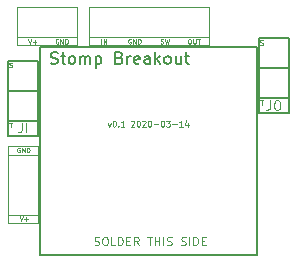
<source format=gto>
G04 #@! TF.GenerationSoftware,KiCad,Pcbnew,(5.99.0-1105-g741783c6d)*
G04 #@! TF.CreationDate,2020-03-14T19:36:21+02:00*
G04 #@! TF.ProjectId,3pdt-basic,33706474-2d62-4617-9369-632e6b696361,rev?*
G04 #@! TF.SameCoordinates,Original*
G04 #@! TF.FileFunction,Legend,Top*
G04 #@! TF.FilePolarity,Positive*
%FSLAX46Y46*%
G04 Gerber Fmt 4.6, Leading zero omitted, Abs format (unit mm)*
G04 Created by KiCad (PCBNEW (5.99.0-1105-g741783c6d)) date 2020-03-14 19:36:21*
%MOMM*%
%LPD*%
G01*
G04 APERTURE LIST*
%ADD10C,0.080000*%
%ADD11C,0.152400*%
%ADD12C,0.127000*%
%ADD13C,0.150000*%
%ADD14C,0.100000*%
%ADD15C,0.050000*%
%ADD16C,1.900000*%
%ADD17R,1.900000X1.900000*%
%ADD18O,3.916000X3.916000*%
%ADD19R,3.916000X3.916000*%
%ADD20O,2.030400X2.030400*%
%ADD21R,2.030400X2.030400*%
%ADD22O,1.700000X1.700000*%
%ADD23C,1.700000*%
G04 APERTURE END LIST*
D10*
X144247028Y-92247257D02*
X144366076Y-92580590D01*
X144485123Y-92247257D01*
X144770838Y-92080590D02*
X144818457Y-92080590D01*
X144866076Y-92104400D01*
X144889885Y-92128209D01*
X144913695Y-92175828D01*
X144937504Y-92271066D01*
X144937504Y-92390114D01*
X144913695Y-92485352D01*
X144889885Y-92532971D01*
X144866076Y-92556780D01*
X144818457Y-92580590D01*
X144770838Y-92580590D01*
X144723219Y-92556780D01*
X144699409Y-92532971D01*
X144675600Y-92485352D01*
X144651790Y-92390114D01*
X144651790Y-92271066D01*
X144675600Y-92175828D01*
X144699409Y-92128209D01*
X144723219Y-92104400D01*
X144770838Y-92080590D01*
X145151790Y-92532971D02*
X145175600Y-92556780D01*
X145151790Y-92580590D01*
X145127980Y-92556780D01*
X145151790Y-92532971D01*
X145151790Y-92580590D01*
X145651790Y-92580590D02*
X145366076Y-92580590D01*
X145508933Y-92580590D02*
X145508933Y-92080590D01*
X145461314Y-92152019D01*
X145413695Y-92199638D01*
X145366076Y-92223447D01*
X146223219Y-92128209D02*
X146247028Y-92104400D01*
X146294647Y-92080590D01*
X146413695Y-92080590D01*
X146461314Y-92104400D01*
X146485123Y-92128209D01*
X146508933Y-92175828D01*
X146508933Y-92223447D01*
X146485123Y-92294876D01*
X146199409Y-92580590D01*
X146508933Y-92580590D01*
X146818457Y-92080590D02*
X146866076Y-92080590D01*
X146913695Y-92104400D01*
X146937504Y-92128209D01*
X146961314Y-92175828D01*
X146985123Y-92271066D01*
X146985123Y-92390114D01*
X146961314Y-92485352D01*
X146937504Y-92532971D01*
X146913695Y-92556780D01*
X146866076Y-92580590D01*
X146818457Y-92580590D01*
X146770838Y-92556780D01*
X146747028Y-92532971D01*
X146723219Y-92485352D01*
X146699409Y-92390114D01*
X146699409Y-92271066D01*
X146723219Y-92175828D01*
X146747028Y-92128209D01*
X146770838Y-92104400D01*
X146818457Y-92080590D01*
X147175600Y-92128209D02*
X147199409Y-92104400D01*
X147247028Y-92080590D01*
X147366076Y-92080590D01*
X147413695Y-92104400D01*
X147437504Y-92128209D01*
X147461314Y-92175828D01*
X147461314Y-92223447D01*
X147437504Y-92294876D01*
X147151790Y-92580590D01*
X147461314Y-92580590D01*
X147770838Y-92080590D02*
X147818457Y-92080590D01*
X147866076Y-92104400D01*
X147889885Y-92128209D01*
X147913695Y-92175828D01*
X147937504Y-92271066D01*
X147937504Y-92390114D01*
X147913695Y-92485352D01*
X147889885Y-92532971D01*
X147866076Y-92556780D01*
X147818457Y-92580590D01*
X147770838Y-92580590D01*
X147723219Y-92556780D01*
X147699409Y-92532971D01*
X147675600Y-92485352D01*
X147651790Y-92390114D01*
X147651790Y-92271066D01*
X147675600Y-92175828D01*
X147699409Y-92128209D01*
X147723219Y-92104400D01*
X147770838Y-92080590D01*
X148151790Y-92390114D02*
X148532742Y-92390114D01*
X148866076Y-92080590D02*
X148913695Y-92080590D01*
X148961314Y-92104400D01*
X148985123Y-92128209D01*
X149008933Y-92175828D01*
X149032742Y-92271066D01*
X149032742Y-92390114D01*
X149008933Y-92485352D01*
X148985123Y-92532971D01*
X148961314Y-92556780D01*
X148913695Y-92580590D01*
X148866076Y-92580590D01*
X148818457Y-92556780D01*
X148794647Y-92532971D01*
X148770838Y-92485352D01*
X148747028Y-92390114D01*
X148747028Y-92271066D01*
X148770838Y-92175828D01*
X148794647Y-92128209D01*
X148818457Y-92104400D01*
X148866076Y-92080590D01*
X149199409Y-92080590D02*
X149508933Y-92080590D01*
X149342266Y-92271066D01*
X149413695Y-92271066D01*
X149461314Y-92294876D01*
X149485123Y-92318685D01*
X149508933Y-92366304D01*
X149508933Y-92485352D01*
X149485123Y-92532971D01*
X149461314Y-92556780D01*
X149413695Y-92580590D01*
X149270838Y-92580590D01*
X149223219Y-92556780D01*
X149199409Y-92532971D01*
X149723219Y-92390114D02*
X150104171Y-92390114D01*
X150604171Y-92580590D02*
X150318457Y-92580590D01*
X150461314Y-92580590D02*
X150461314Y-92080590D01*
X150413695Y-92152019D01*
X150366076Y-92199638D01*
X150318457Y-92223447D01*
X151032742Y-92247257D02*
X151032742Y-92580590D01*
X150913695Y-92056780D02*
X150794647Y-92413923D01*
X151104171Y-92413923D01*
D11*
X138526400Y-85840400D02*
X156926400Y-85840400D01*
X156926400Y-85840400D02*
X156926400Y-103440400D01*
X156926400Y-103440400D02*
X138526400Y-103440400D01*
X138526400Y-103440400D02*
X138526400Y-85840400D01*
D10*
X138379200Y-100723700D02*
X135839200Y-100723700D01*
X138379200Y-94246700D02*
X135839200Y-94246700D01*
X138379200Y-94945200D02*
X135839200Y-94945200D01*
X138379200Y-100025200D02*
X135839200Y-100025200D01*
X138379200Y-94246700D02*
X138379200Y-100723700D01*
X135839200Y-100723700D02*
X135839200Y-94246700D01*
X136550400Y-82448400D02*
X141630400Y-82448400D01*
X141630400Y-84988400D02*
X136550400Y-84988400D01*
X136550400Y-85686900D02*
X136550400Y-82448400D01*
X141630400Y-85686900D02*
X141630400Y-82448400D01*
X141630400Y-85686900D02*
X136550400Y-85686900D01*
X152806400Y-85686900D02*
X152806400Y-82448400D01*
X142646400Y-85686900D02*
X142646400Y-82448400D01*
X152806400Y-84988400D02*
X142646400Y-84988400D01*
X142646400Y-82448400D02*
X152806400Y-82448400D01*
X142646400Y-85686900D02*
X152806400Y-85686900D01*
D12*
X138328400Y-93345000D02*
X138328400Y-92075000D01*
X135788400Y-93345000D02*
X135788400Y-92075000D01*
X138328400Y-93345000D02*
X135788400Y-93345000D01*
X138328400Y-89535000D02*
X138328400Y-86995000D01*
X138328400Y-92075000D02*
X138328400Y-89535000D01*
X135788400Y-89535000D02*
X138328400Y-89535000D01*
X138328400Y-92075000D02*
X135788400Y-92075000D01*
X135788400Y-86995000D02*
X138328400Y-86995000D01*
X135788400Y-89535000D02*
X135788400Y-86995000D01*
X135788400Y-92075000D02*
X135788400Y-89535000D01*
X159562800Y-91440000D02*
X159562800Y-90170000D01*
X157022800Y-91440000D02*
X157022800Y-90170000D01*
X159562800Y-91440000D02*
X157022800Y-91440000D01*
X159562800Y-87630000D02*
X159562800Y-85090000D01*
X159562800Y-90170000D02*
X159562800Y-87630000D01*
X157022800Y-87630000D02*
X159562800Y-87630000D01*
X159562800Y-90170000D02*
X157022800Y-90170000D01*
X157022800Y-85090000D02*
X159562800Y-85090000D01*
X157022800Y-87630000D02*
X157022800Y-85090000D01*
X157022800Y-90170000D02*
X157022800Y-87630000D01*
D13*
X139427676Y-87221961D02*
X139570533Y-87269580D01*
X139808628Y-87269580D01*
X139903866Y-87221961D01*
X139951485Y-87174342D01*
X139999104Y-87079104D01*
X139999104Y-86983866D01*
X139951485Y-86888628D01*
X139903866Y-86841009D01*
X139808628Y-86793390D01*
X139618152Y-86745771D01*
X139522914Y-86698152D01*
X139475295Y-86650533D01*
X139427676Y-86555295D01*
X139427676Y-86460057D01*
X139475295Y-86364819D01*
X139522914Y-86317200D01*
X139618152Y-86269580D01*
X139856247Y-86269580D01*
X139999104Y-86317200D01*
X140284819Y-86602914D02*
X140665771Y-86602914D01*
X140427676Y-86269580D02*
X140427676Y-87126723D01*
X140475295Y-87221961D01*
X140570533Y-87269580D01*
X140665771Y-87269580D01*
X141141961Y-87269580D02*
X141046723Y-87221961D01*
X140999104Y-87174342D01*
X140951485Y-87079104D01*
X140951485Y-86793390D01*
X140999104Y-86698152D01*
X141046723Y-86650533D01*
X141141961Y-86602914D01*
X141284819Y-86602914D01*
X141380057Y-86650533D01*
X141427676Y-86698152D01*
X141475295Y-86793390D01*
X141475295Y-87079104D01*
X141427676Y-87174342D01*
X141380057Y-87221961D01*
X141284819Y-87269580D01*
X141141961Y-87269580D01*
X141903866Y-87269580D02*
X141903866Y-86602914D01*
X141903866Y-86698152D02*
X141951485Y-86650533D01*
X142046723Y-86602914D01*
X142189580Y-86602914D01*
X142284819Y-86650533D01*
X142332438Y-86745771D01*
X142332438Y-87269580D01*
X142332438Y-86745771D02*
X142380057Y-86650533D01*
X142475295Y-86602914D01*
X142618152Y-86602914D01*
X142713390Y-86650533D01*
X142761009Y-86745771D01*
X142761009Y-87269580D01*
X143237200Y-86602914D02*
X143237200Y-87602914D01*
X143237200Y-86650533D02*
X143332438Y-86602914D01*
X143522914Y-86602914D01*
X143618152Y-86650533D01*
X143665771Y-86698152D01*
X143713390Y-86793390D01*
X143713390Y-87079104D01*
X143665771Y-87174342D01*
X143618152Y-87221961D01*
X143522914Y-87269580D01*
X143332438Y-87269580D01*
X143237200Y-87221961D01*
X145237200Y-86745771D02*
X145380057Y-86793390D01*
X145427676Y-86841009D01*
X145475295Y-86936247D01*
X145475295Y-87079104D01*
X145427676Y-87174342D01*
X145380057Y-87221961D01*
X145284819Y-87269580D01*
X144903866Y-87269580D01*
X144903866Y-86269580D01*
X145237200Y-86269580D01*
X145332438Y-86317200D01*
X145380057Y-86364819D01*
X145427676Y-86460057D01*
X145427676Y-86555295D01*
X145380057Y-86650533D01*
X145332438Y-86698152D01*
X145237200Y-86745771D01*
X144903866Y-86745771D01*
X145903866Y-87269580D02*
X145903866Y-86602914D01*
X145903866Y-86793390D02*
X145951485Y-86698152D01*
X145999104Y-86650533D01*
X146094342Y-86602914D01*
X146189580Y-86602914D01*
X146903866Y-87221961D02*
X146808628Y-87269580D01*
X146618152Y-87269580D01*
X146522914Y-87221961D01*
X146475295Y-87126723D01*
X146475295Y-86745771D01*
X146522914Y-86650533D01*
X146618152Y-86602914D01*
X146808628Y-86602914D01*
X146903866Y-86650533D01*
X146951485Y-86745771D01*
X146951485Y-86841009D01*
X146475295Y-86936247D01*
X147808628Y-87269580D02*
X147808628Y-86745771D01*
X147761009Y-86650533D01*
X147665771Y-86602914D01*
X147475295Y-86602914D01*
X147380057Y-86650533D01*
X147808628Y-87221961D02*
X147713390Y-87269580D01*
X147475295Y-87269580D01*
X147380057Y-87221961D01*
X147332438Y-87126723D01*
X147332438Y-87031485D01*
X147380057Y-86936247D01*
X147475295Y-86888628D01*
X147713390Y-86888628D01*
X147808628Y-86841009D01*
X148284819Y-87269580D02*
X148284819Y-86269580D01*
X148380057Y-86888628D02*
X148665771Y-87269580D01*
X148665771Y-86602914D02*
X148284819Y-86983866D01*
X149237200Y-87269580D02*
X149141961Y-87221961D01*
X149094342Y-87174342D01*
X149046723Y-87079104D01*
X149046723Y-86793390D01*
X149094342Y-86698152D01*
X149141961Y-86650533D01*
X149237200Y-86602914D01*
X149380057Y-86602914D01*
X149475295Y-86650533D01*
X149522914Y-86698152D01*
X149570533Y-86793390D01*
X149570533Y-87079104D01*
X149522914Y-87174342D01*
X149475295Y-87221961D01*
X149380057Y-87269580D01*
X149237200Y-87269580D01*
X150427676Y-86602914D02*
X150427676Y-87269580D01*
X149999104Y-86602914D02*
X149999104Y-87126723D01*
X150046723Y-87221961D01*
X150141961Y-87269580D01*
X150284819Y-87269580D01*
X150380057Y-87221961D01*
X150427676Y-87174342D01*
X150761009Y-86602914D02*
X151141961Y-86602914D01*
X150903866Y-86269580D02*
X150903866Y-87126723D01*
X150951485Y-87221961D01*
X151046723Y-87269580D01*
X151141961Y-87269580D01*
D14*
X143128000Y-102594533D02*
X143228000Y-102627866D01*
X143394666Y-102627866D01*
X143461333Y-102594533D01*
X143494666Y-102561200D01*
X143528000Y-102494533D01*
X143528000Y-102427866D01*
X143494666Y-102361200D01*
X143461333Y-102327866D01*
X143394666Y-102294533D01*
X143261333Y-102261200D01*
X143194666Y-102227866D01*
X143161333Y-102194533D01*
X143128000Y-102127866D01*
X143128000Y-102061200D01*
X143161333Y-101994533D01*
X143194666Y-101961200D01*
X143261333Y-101927866D01*
X143428000Y-101927866D01*
X143528000Y-101961200D01*
X143961333Y-101927866D02*
X144094666Y-101927866D01*
X144161333Y-101961200D01*
X144228000Y-102027866D01*
X144261333Y-102161200D01*
X144261333Y-102394533D01*
X144228000Y-102527866D01*
X144161333Y-102594533D01*
X144094666Y-102627866D01*
X143961333Y-102627866D01*
X143894666Y-102594533D01*
X143828000Y-102527866D01*
X143794666Y-102394533D01*
X143794666Y-102161200D01*
X143828000Y-102027866D01*
X143894666Y-101961200D01*
X143961333Y-101927866D01*
X144894666Y-102627866D02*
X144561333Y-102627866D01*
X144561333Y-101927866D01*
X145128000Y-102627866D02*
X145128000Y-101927866D01*
X145294666Y-101927866D01*
X145394666Y-101961200D01*
X145461333Y-102027866D01*
X145494666Y-102094533D01*
X145528000Y-102227866D01*
X145528000Y-102327866D01*
X145494666Y-102461200D01*
X145461333Y-102527866D01*
X145394666Y-102594533D01*
X145294666Y-102627866D01*
X145128000Y-102627866D01*
X145828000Y-102261200D02*
X146061333Y-102261200D01*
X146161333Y-102627866D02*
X145828000Y-102627866D01*
X145828000Y-101927866D01*
X146161333Y-101927866D01*
X146861333Y-102627866D02*
X146628000Y-102294533D01*
X146461333Y-102627866D02*
X146461333Y-101927866D01*
X146728000Y-101927866D01*
X146794666Y-101961200D01*
X146828000Y-101994533D01*
X146861333Y-102061200D01*
X146861333Y-102161200D01*
X146828000Y-102227866D01*
X146794666Y-102261200D01*
X146728000Y-102294533D01*
X146461333Y-102294533D01*
X147594666Y-101927866D02*
X147994666Y-101927866D01*
X147794666Y-102627866D02*
X147794666Y-101927866D01*
X148228000Y-102627866D02*
X148228000Y-101927866D01*
X148228000Y-102261200D02*
X148628000Y-102261200D01*
X148628000Y-102627866D02*
X148628000Y-101927866D01*
X148961333Y-102627866D02*
X148961333Y-101927866D01*
X149261333Y-102594533D02*
X149361333Y-102627866D01*
X149528000Y-102627866D01*
X149594666Y-102594533D01*
X149628000Y-102561200D01*
X149661333Y-102494533D01*
X149661333Y-102427866D01*
X149628000Y-102361200D01*
X149594666Y-102327866D01*
X149528000Y-102294533D01*
X149394666Y-102261200D01*
X149328000Y-102227866D01*
X149294666Y-102194533D01*
X149261333Y-102127866D01*
X149261333Y-102061200D01*
X149294666Y-101994533D01*
X149328000Y-101961200D01*
X149394666Y-101927866D01*
X149561333Y-101927866D01*
X149661333Y-101961200D01*
X150461333Y-102594533D02*
X150561333Y-102627866D01*
X150728000Y-102627866D01*
X150794666Y-102594533D01*
X150828000Y-102561200D01*
X150861333Y-102494533D01*
X150861333Y-102427866D01*
X150828000Y-102361200D01*
X150794666Y-102327866D01*
X150728000Y-102294533D01*
X150594666Y-102261200D01*
X150528000Y-102227866D01*
X150494666Y-102194533D01*
X150461333Y-102127866D01*
X150461333Y-102061200D01*
X150494666Y-101994533D01*
X150528000Y-101961200D01*
X150594666Y-101927866D01*
X150761333Y-101927866D01*
X150861333Y-101961200D01*
X151161333Y-102627866D02*
X151161333Y-101927866D01*
X151494666Y-102627866D02*
X151494666Y-101927866D01*
X151661333Y-101927866D01*
X151761333Y-101961200D01*
X151828000Y-102027866D01*
X151861333Y-102094533D01*
X151894666Y-102227866D01*
X151894666Y-102327866D01*
X151861333Y-102461200D01*
X151828000Y-102527866D01*
X151761333Y-102594533D01*
X151661333Y-102627866D01*
X151494666Y-102627866D01*
X152194666Y-102261200D02*
X152428000Y-102261200D01*
X152528000Y-102627866D02*
X152194666Y-102627866D01*
X152194666Y-101927866D01*
X152528000Y-101927866D01*
D10*
X136804438Y-94389600D02*
X136766342Y-94370552D01*
X136709200Y-94370552D01*
X136652057Y-94389600D01*
X136613961Y-94427695D01*
X136594914Y-94465790D01*
X136575866Y-94541980D01*
X136575866Y-94599123D01*
X136594914Y-94675314D01*
X136613961Y-94713409D01*
X136652057Y-94751504D01*
X136709200Y-94770552D01*
X136747295Y-94770552D01*
X136804438Y-94751504D01*
X136823485Y-94732457D01*
X136823485Y-94599123D01*
X136747295Y-94599123D01*
X136994914Y-94770552D02*
X136994914Y-94370552D01*
X137223485Y-94770552D01*
X137223485Y-94370552D01*
X137413961Y-94770552D02*
X137413961Y-94370552D01*
X137509200Y-94370552D01*
X137566342Y-94389600D01*
X137604438Y-94427695D01*
X137623485Y-94465790D01*
X137642533Y-94541980D01*
X137642533Y-94599123D01*
X137623485Y-94675314D01*
X137604438Y-94713409D01*
X137566342Y-94751504D01*
X137509200Y-94770552D01*
X137413961Y-94770552D01*
X136779047Y-100161752D02*
X136912380Y-100561752D01*
X137045714Y-100161752D01*
X137179047Y-100409371D02*
X137483809Y-100409371D01*
X137331428Y-100561752D02*
X137331428Y-100256990D01*
X137502947Y-85150352D02*
X137636280Y-85550352D01*
X137769614Y-85150352D01*
X137902947Y-85397971D02*
X138207709Y-85397971D01*
X138055328Y-85550352D02*
X138055328Y-85245590D01*
X140055638Y-85169400D02*
X140017542Y-85150352D01*
X139960400Y-85150352D01*
X139903257Y-85169400D01*
X139865161Y-85207495D01*
X139846114Y-85245590D01*
X139827066Y-85321780D01*
X139827066Y-85378923D01*
X139846114Y-85455114D01*
X139865161Y-85493209D01*
X139903257Y-85531304D01*
X139960400Y-85550352D01*
X139998495Y-85550352D01*
X140055638Y-85531304D01*
X140074685Y-85512257D01*
X140074685Y-85378923D01*
X139998495Y-85378923D01*
X140246114Y-85550352D02*
X140246114Y-85150352D01*
X140474685Y-85550352D01*
X140474685Y-85150352D01*
X140665161Y-85550352D02*
X140665161Y-85150352D01*
X140760400Y-85150352D01*
X140817542Y-85169400D01*
X140855638Y-85207495D01*
X140874685Y-85245590D01*
X140893733Y-85321780D01*
X140893733Y-85378923D01*
X140874685Y-85455114D01*
X140855638Y-85493209D01*
X140817542Y-85531304D01*
X140760400Y-85550352D01*
X140665161Y-85550352D01*
X151136400Y-85150352D02*
X151212590Y-85150352D01*
X151250685Y-85169400D01*
X151288780Y-85207495D01*
X151307828Y-85283685D01*
X151307828Y-85417019D01*
X151288780Y-85493209D01*
X151250685Y-85531304D01*
X151212590Y-85550352D01*
X151136400Y-85550352D01*
X151098304Y-85531304D01*
X151060209Y-85493209D01*
X151041161Y-85417019D01*
X151041161Y-85283685D01*
X151060209Y-85207495D01*
X151098304Y-85169400D01*
X151136400Y-85150352D01*
X151479257Y-85150352D02*
X151479257Y-85474161D01*
X151498304Y-85512257D01*
X151517352Y-85531304D01*
X151555447Y-85550352D01*
X151631638Y-85550352D01*
X151669733Y-85531304D01*
X151688780Y-85512257D01*
X151707828Y-85474161D01*
X151707828Y-85150352D01*
X151841161Y-85150352D02*
X152069733Y-85150352D01*
X151955447Y-85550352D02*
X151955447Y-85150352D01*
X148717042Y-85531304D02*
X148774185Y-85550352D01*
X148869423Y-85550352D01*
X148907519Y-85531304D01*
X148926566Y-85512257D01*
X148945614Y-85474161D01*
X148945614Y-85436066D01*
X148926566Y-85397971D01*
X148907519Y-85378923D01*
X148869423Y-85359876D01*
X148793233Y-85340828D01*
X148755138Y-85321780D01*
X148736090Y-85302733D01*
X148717042Y-85264638D01*
X148717042Y-85226542D01*
X148736090Y-85188447D01*
X148755138Y-85169400D01*
X148793233Y-85150352D01*
X148888471Y-85150352D01*
X148945614Y-85169400D01*
X149078947Y-85150352D02*
X149174185Y-85550352D01*
X149250376Y-85264638D01*
X149326566Y-85550352D01*
X149421804Y-85150352D01*
X146215138Y-85169400D02*
X146177042Y-85150352D01*
X146119900Y-85150352D01*
X146062757Y-85169400D01*
X146024661Y-85207495D01*
X146005614Y-85245590D01*
X145986566Y-85321780D01*
X145986566Y-85378923D01*
X146005614Y-85455114D01*
X146024661Y-85493209D01*
X146062757Y-85531304D01*
X146119900Y-85550352D01*
X146157995Y-85550352D01*
X146215138Y-85531304D01*
X146234185Y-85512257D01*
X146234185Y-85378923D01*
X146157995Y-85378923D01*
X146405614Y-85550352D02*
X146405614Y-85150352D01*
X146634185Y-85550352D01*
X146634185Y-85150352D01*
X146824661Y-85550352D02*
X146824661Y-85150352D01*
X146919900Y-85150352D01*
X146977042Y-85169400D01*
X147015138Y-85207495D01*
X147034185Y-85245590D01*
X147053233Y-85321780D01*
X147053233Y-85378923D01*
X147034185Y-85455114D01*
X147015138Y-85493209D01*
X146977042Y-85531304D01*
X146919900Y-85550352D01*
X146824661Y-85550352D01*
X143706876Y-85550352D02*
X143706876Y-85150352D01*
X143897352Y-85550352D02*
X143897352Y-85150352D01*
X144125923Y-85550352D01*
X144125923Y-85150352D01*
D15*
X135928114Y-92236952D02*
X136156685Y-92236952D01*
X136042400Y-92636952D02*
X136042400Y-92236952D01*
X135928114Y-87537904D02*
X135985257Y-87556952D01*
X136080495Y-87556952D01*
X136118590Y-87537904D01*
X136137638Y-87518857D01*
X136156685Y-87480761D01*
X136156685Y-87442666D01*
X136137638Y-87404571D01*
X136118590Y-87385523D01*
X136080495Y-87366476D01*
X136004304Y-87347428D01*
X135966209Y-87328380D01*
X135947161Y-87309333D01*
X135928114Y-87271238D01*
X135928114Y-87233142D01*
X135947161Y-87195047D01*
X135966209Y-87176000D01*
X136004304Y-87156952D01*
X136099542Y-87156952D01*
X136156685Y-87176000D01*
D14*
X136982209Y-92271904D02*
X136982209Y-92843333D01*
X136944114Y-92957619D01*
X136867923Y-93033809D01*
X136753638Y-93071904D01*
X136677447Y-93071904D01*
X137363161Y-93071904D02*
X137363161Y-92271904D01*
D15*
X157162514Y-90331952D02*
X157391085Y-90331952D01*
X157276800Y-90731952D02*
X157276800Y-90331952D01*
X157162514Y-85632904D02*
X157219657Y-85651952D01*
X157314895Y-85651952D01*
X157352990Y-85632904D01*
X157372038Y-85613857D01*
X157391085Y-85575761D01*
X157391085Y-85537666D01*
X157372038Y-85499571D01*
X157352990Y-85480523D01*
X157314895Y-85461476D01*
X157238704Y-85442428D01*
X157200609Y-85423380D01*
X157181561Y-85404333D01*
X157162514Y-85366238D01*
X157162514Y-85328142D01*
X157181561Y-85290047D01*
X157200609Y-85271000D01*
X157238704Y-85251952D01*
X157333942Y-85251952D01*
X157391085Y-85271000D01*
D14*
X157988038Y-90366904D02*
X157988038Y-90938333D01*
X157949942Y-91052619D01*
X157873752Y-91128809D01*
X157759466Y-91166904D01*
X157683276Y-91166904D01*
X158521371Y-90366904D02*
X158673752Y-90366904D01*
X158749942Y-90405000D01*
X158826133Y-90481190D01*
X158864228Y-90633571D01*
X158864228Y-90900238D01*
X158826133Y-91052619D01*
X158749942Y-91128809D01*
X158673752Y-91166904D01*
X158521371Y-91166904D01*
X158445180Y-91128809D01*
X158368990Y-91052619D01*
X158330895Y-90900238D01*
X158330895Y-90633571D01*
X158368990Y-90481190D01*
X158445180Y-90405000D01*
X158521371Y-90366904D01*
%LPC*%
D16*
X156921200Y-83820000D03*
D17*
X154381200Y-83820000D03*
D18*
X153026400Y-99340400D03*
X153026400Y-94640400D03*
X153026400Y-89940400D03*
X147726400Y-99340400D03*
X147726400Y-94640400D03*
X147726400Y-89940400D03*
X142426400Y-99340400D03*
X142426400Y-94640400D03*
D19*
X142426400Y-89940400D03*
D20*
X137109200Y-96215200D03*
D21*
X137109200Y-98755200D03*
D20*
X140360400Y-83718400D03*
D21*
X137820400Y-83718400D03*
D20*
X151536400Y-83718400D03*
X148996400Y-83718400D03*
X146456400Y-83718400D03*
D21*
X143916400Y-83718400D03*
D22*
X158546800Y-100380800D03*
D23*
X158546800Y-97840800D03*
D16*
X158394400Y-92608400D03*
D17*
X158394400Y-95148400D03*
D21*
X137058400Y-90805000D03*
D20*
X137058400Y-88265000D03*
D21*
X158292800Y-88900000D03*
D20*
X158292800Y-86360000D03*
M02*

</source>
